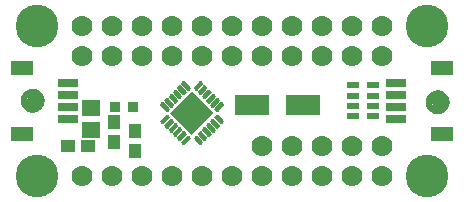
<source format=gbr>
G04 EAGLE Gerber RS-274X export*
G75*
%MOMM*%
%FSLAX34Y34*%
%LPD*%
%INSoldermask Top*%
%IPPOS*%
%AMOC8*
5,1,8,0,0,1.08239X$1,22.5*%
G01*
%ADD10R,1.601600X1.341600*%
%ADD11R,1.176600X1.101600*%
%ADD12R,1.001600X0.551600*%
%ADD13C,3.617600*%
%ADD14R,1.651600X0.701600*%
%ADD15R,1.901600X1.301600*%
%ADD16C,1.101600*%
%ADD17C,0.469900*%
%ADD18R,0.901600X0.901600*%
%ADD19R,1.101600X1.176600*%
%ADD20C,0.240406*%
%ADD21R,2.601600X2.601600*%
%ADD22C,1.778000*%
%ADD23R,2.921000X1.651000*%


D10*
X71120Y64160D03*
X71120Y83160D03*
D11*
X68190Y50800D03*
X51190Y50800D03*
D12*
X309490Y101900D03*
X292490Y101900D03*
X309490Y92900D03*
X309490Y84900D03*
X309490Y75900D03*
X292490Y75900D03*
X292490Y92900D03*
X292490Y84900D03*
D13*
X25400Y152400D03*
X355600Y152400D03*
D14*
X329190Y83900D03*
X329190Y93900D03*
X329190Y73900D03*
X329190Y103900D03*
D15*
X368190Y60900D03*
X368190Y116900D03*
D14*
X51810Y93900D03*
X51810Y83900D03*
X51810Y103900D03*
X51810Y73900D03*
D15*
X12810Y116900D03*
X12810Y60900D03*
D16*
X21590Y88900D03*
D17*
X21590Y96400D02*
X21409Y96398D01*
X21228Y96391D01*
X21047Y96380D01*
X20866Y96365D01*
X20686Y96345D01*
X20506Y96321D01*
X20327Y96293D01*
X20149Y96260D01*
X19972Y96223D01*
X19795Y96182D01*
X19620Y96137D01*
X19445Y96087D01*
X19272Y96033D01*
X19101Y95975D01*
X18930Y95913D01*
X18762Y95846D01*
X18595Y95776D01*
X18429Y95702D01*
X18266Y95623D01*
X18105Y95541D01*
X17945Y95455D01*
X17788Y95365D01*
X17633Y95271D01*
X17480Y95174D01*
X17330Y95072D01*
X17182Y94968D01*
X17036Y94859D01*
X16894Y94748D01*
X16754Y94632D01*
X16617Y94514D01*
X16482Y94392D01*
X16351Y94267D01*
X16223Y94139D01*
X16098Y94008D01*
X15976Y93873D01*
X15858Y93736D01*
X15742Y93596D01*
X15631Y93454D01*
X15522Y93308D01*
X15418Y93160D01*
X15316Y93010D01*
X15219Y92857D01*
X15125Y92702D01*
X15035Y92545D01*
X14949Y92385D01*
X14867Y92224D01*
X14788Y92061D01*
X14714Y91895D01*
X14644Y91728D01*
X14577Y91560D01*
X14515Y91389D01*
X14457Y91218D01*
X14403Y91045D01*
X14353Y90870D01*
X14308Y90695D01*
X14267Y90518D01*
X14230Y90341D01*
X14197Y90163D01*
X14169Y89984D01*
X14145Y89804D01*
X14125Y89624D01*
X14110Y89443D01*
X14099Y89262D01*
X14092Y89081D01*
X14090Y88900D01*
X21590Y96400D02*
X21771Y96398D01*
X21952Y96391D01*
X22133Y96380D01*
X22314Y96365D01*
X22494Y96345D01*
X22674Y96321D01*
X22853Y96293D01*
X23031Y96260D01*
X23208Y96223D01*
X23385Y96182D01*
X23560Y96137D01*
X23735Y96087D01*
X23908Y96033D01*
X24079Y95975D01*
X24250Y95913D01*
X24418Y95846D01*
X24585Y95776D01*
X24751Y95702D01*
X24914Y95623D01*
X25075Y95541D01*
X25235Y95455D01*
X25392Y95365D01*
X25547Y95271D01*
X25700Y95174D01*
X25850Y95072D01*
X25998Y94968D01*
X26144Y94859D01*
X26286Y94748D01*
X26426Y94632D01*
X26563Y94514D01*
X26698Y94392D01*
X26829Y94267D01*
X26957Y94139D01*
X27082Y94008D01*
X27204Y93873D01*
X27322Y93736D01*
X27438Y93596D01*
X27549Y93454D01*
X27658Y93308D01*
X27762Y93160D01*
X27864Y93010D01*
X27961Y92857D01*
X28055Y92702D01*
X28145Y92545D01*
X28231Y92385D01*
X28313Y92224D01*
X28392Y92061D01*
X28466Y91895D01*
X28536Y91728D01*
X28603Y91560D01*
X28665Y91389D01*
X28723Y91218D01*
X28777Y91045D01*
X28827Y90870D01*
X28872Y90695D01*
X28913Y90518D01*
X28950Y90341D01*
X28983Y90163D01*
X29011Y89984D01*
X29035Y89804D01*
X29055Y89624D01*
X29070Y89443D01*
X29081Y89262D01*
X29088Y89081D01*
X29090Y88900D01*
X29088Y88719D01*
X29081Y88538D01*
X29070Y88357D01*
X29055Y88176D01*
X29035Y87996D01*
X29011Y87816D01*
X28983Y87637D01*
X28950Y87459D01*
X28913Y87282D01*
X28872Y87105D01*
X28827Y86930D01*
X28777Y86755D01*
X28723Y86582D01*
X28665Y86411D01*
X28603Y86240D01*
X28536Y86072D01*
X28466Y85905D01*
X28392Y85739D01*
X28313Y85576D01*
X28231Y85415D01*
X28145Y85255D01*
X28055Y85098D01*
X27961Y84943D01*
X27864Y84790D01*
X27762Y84640D01*
X27658Y84492D01*
X27549Y84346D01*
X27438Y84204D01*
X27322Y84064D01*
X27204Y83927D01*
X27082Y83792D01*
X26957Y83661D01*
X26829Y83533D01*
X26698Y83408D01*
X26563Y83286D01*
X26426Y83168D01*
X26286Y83052D01*
X26144Y82941D01*
X25998Y82832D01*
X25850Y82728D01*
X25700Y82626D01*
X25547Y82529D01*
X25392Y82435D01*
X25235Y82345D01*
X25075Y82259D01*
X24914Y82177D01*
X24751Y82098D01*
X24585Y82024D01*
X24418Y81954D01*
X24250Y81887D01*
X24079Y81825D01*
X23908Y81767D01*
X23735Y81713D01*
X23560Y81663D01*
X23385Y81618D01*
X23208Y81577D01*
X23031Y81540D01*
X22853Y81507D01*
X22674Y81479D01*
X22494Y81455D01*
X22314Y81435D01*
X22133Y81420D01*
X21952Y81409D01*
X21771Y81402D01*
X21590Y81400D01*
X21409Y81402D01*
X21228Y81409D01*
X21047Y81420D01*
X20866Y81435D01*
X20686Y81455D01*
X20506Y81479D01*
X20327Y81507D01*
X20149Y81540D01*
X19972Y81577D01*
X19795Y81618D01*
X19620Y81663D01*
X19445Y81713D01*
X19272Y81767D01*
X19101Y81825D01*
X18930Y81887D01*
X18762Y81954D01*
X18595Y82024D01*
X18429Y82098D01*
X18266Y82177D01*
X18105Y82259D01*
X17945Y82345D01*
X17788Y82435D01*
X17633Y82529D01*
X17480Y82626D01*
X17330Y82728D01*
X17182Y82832D01*
X17036Y82941D01*
X16894Y83052D01*
X16754Y83168D01*
X16617Y83286D01*
X16482Y83408D01*
X16351Y83533D01*
X16223Y83661D01*
X16098Y83792D01*
X15976Y83927D01*
X15858Y84064D01*
X15742Y84204D01*
X15631Y84346D01*
X15522Y84492D01*
X15418Y84640D01*
X15316Y84790D01*
X15219Y84943D01*
X15125Y85098D01*
X15035Y85255D01*
X14949Y85415D01*
X14867Y85576D01*
X14788Y85739D01*
X14714Y85905D01*
X14644Y86072D01*
X14577Y86240D01*
X14515Y86411D01*
X14457Y86582D01*
X14403Y86755D01*
X14353Y86930D01*
X14308Y87105D01*
X14267Y87282D01*
X14230Y87459D01*
X14197Y87637D01*
X14169Y87816D01*
X14145Y87996D01*
X14125Y88176D01*
X14110Y88357D01*
X14099Y88538D01*
X14092Y88719D01*
X14090Y88900D01*
D16*
X364490Y87630D03*
D17*
X364490Y95130D02*
X364309Y95128D01*
X364128Y95121D01*
X363947Y95110D01*
X363766Y95095D01*
X363586Y95075D01*
X363406Y95051D01*
X363227Y95023D01*
X363049Y94990D01*
X362872Y94953D01*
X362695Y94912D01*
X362520Y94867D01*
X362345Y94817D01*
X362172Y94763D01*
X362001Y94705D01*
X361830Y94643D01*
X361662Y94576D01*
X361495Y94506D01*
X361329Y94432D01*
X361166Y94353D01*
X361005Y94271D01*
X360845Y94185D01*
X360688Y94095D01*
X360533Y94001D01*
X360380Y93904D01*
X360230Y93802D01*
X360082Y93698D01*
X359936Y93589D01*
X359794Y93478D01*
X359654Y93362D01*
X359517Y93244D01*
X359382Y93122D01*
X359251Y92997D01*
X359123Y92869D01*
X358998Y92738D01*
X358876Y92603D01*
X358758Y92466D01*
X358642Y92326D01*
X358531Y92184D01*
X358422Y92038D01*
X358318Y91890D01*
X358216Y91740D01*
X358119Y91587D01*
X358025Y91432D01*
X357935Y91275D01*
X357849Y91115D01*
X357767Y90954D01*
X357688Y90791D01*
X357614Y90625D01*
X357544Y90458D01*
X357477Y90290D01*
X357415Y90119D01*
X357357Y89948D01*
X357303Y89775D01*
X357253Y89600D01*
X357208Y89425D01*
X357167Y89248D01*
X357130Y89071D01*
X357097Y88893D01*
X357069Y88714D01*
X357045Y88534D01*
X357025Y88354D01*
X357010Y88173D01*
X356999Y87992D01*
X356992Y87811D01*
X356990Y87630D01*
X364490Y95130D02*
X364671Y95128D01*
X364852Y95121D01*
X365033Y95110D01*
X365214Y95095D01*
X365394Y95075D01*
X365574Y95051D01*
X365753Y95023D01*
X365931Y94990D01*
X366108Y94953D01*
X366285Y94912D01*
X366460Y94867D01*
X366635Y94817D01*
X366808Y94763D01*
X366979Y94705D01*
X367150Y94643D01*
X367318Y94576D01*
X367485Y94506D01*
X367651Y94432D01*
X367814Y94353D01*
X367975Y94271D01*
X368135Y94185D01*
X368292Y94095D01*
X368447Y94001D01*
X368600Y93904D01*
X368750Y93802D01*
X368898Y93698D01*
X369044Y93589D01*
X369186Y93478D01*
X369326Y93362D01*
X369463Y93244D01*
X369598Y93122D01*
X369729Y92997D01*
X369857Y92869D01*
X369982Y92738D01*
X370104Y92603D01*
X370222Y92466D01*
X370338Y92326D01*
X370449Y92184D01*
X370558Y92038D01*
X370662Y91890D01*
X370764Y91740D01*
X370861Y91587D01*
X370955Y91432D01*
X371045Y91275D01*
X371131Y91115D01*
X371213Y90954D01*
X371292Y90791D01*
X371366Y90625D01*
X371436Y90458D01*
X371503Y90290D01*
X371565Y90119D01*
X371623Y89948D01*
X371677Y89775D01*
X371727Y89600D01*
X371772Y89425D01*
X371813Y89248D01*
X371850Y89071D01*
X371883Y88893D01*
X371911Y88714D01*
X371935Y88534D01*
X371955Y88354D01*
X371970Y88173D01*
X371981Y87992D01*
X371988Y87811D01*
X371990Y87630D01*
X371988Y87449D01*
X371981Y87268D01*
X371970Y87087D01*
X371955Y86906D01*
X371935Y86726D01*
X371911Y86546D01*
X371883Y86367D01*
X371850Y86189D01*
X371813Y86012D01*
X371772Y85835D01*
X371727Y85660D01*
X371677Y85485D01*
X371623Y85312D01*
X371565Y85141D01*
X371503Y84970D01*
X371436Y84802D01*
X371366Y84635D01*
X371292Y84469D01*
X371213Y84306D01*
X371131Y84145D01*
X371045Y83985D01*
X370955Y83828D01*
X370861Y83673D01*
X370764Y83520D01*
X370662Y83370D01*
X370558Y83222D01*
X370449Y83076D01*
X370338Y82934D01*
X370222Y82794D01*
X370104Y82657D01*
X369982Y82522D01*
X369857Y82391D01*
X369729Y82263D01*
X369598Y82138D01*
X369463Y82016D01*
X369326Y81898D01*
X369186Y81782D01*
X369044Y81671D01*
X368898Y81562D01*
X368750Y81458D01*
X368600Y81356D01*
X368447Y81259D01*
X368292Y81165D01*
X368135Y81075D01*
X367975Y80989D01*
X367814Y80907D01*
X367651Y80828D01*
X367485Y80754D01*
X367318Y80684D01*
X367150Y80617D01*
X366979Y80555D01*
X366808Y80497D01*
X366635Y80443D01*
X366460Y80393D01*
X366285Y80348D01*
X366108Y80307D01*
X365931Y80270D01*
X365753Y80237D01*
X365574Y80209D01*
X365394Y80185D01*
X365214Y80165D01*
X365033Y80150D01*
X364852Y80139D01*
X364671Y80132D01*
X364490Y80130D01*
X364309Y80132D01*
X364128Y80139D01*
X363947Y80150D01*
X363766Y80165D01*
X363586Y80185D01*
X363406Y80209D01*
X363227Y80237D01*
X363049Y80270D01*
X362872Y80307D01*
X362695Y80348D01*
X362520Y80393D01*
X362345Y80443D01*
X362172Y80497D01*
X362001Y80555D01*
X361830Y80617D01*
X361662Y80684D01*
X361495Y80754D01*
X361329Y80828D01*
X361166Y80907D01*
X361005Y80989D01*
X360845Y81075D01*
X360688Y81165D01*
X360533Y81259D01*
X360380Y81356D01*
X360230Y81458D01*
X360082Y81562D01*
X359936Y81671D01*
X359794Y81782D01*
X359654Y81898D01*
X359517Y82016D01*
X359382Y82138D01*
X359251Y82263D01*
X359123Y82391D01*
X358998Y82522D01*
X358876Y82657D01*
X358758Y82794D01*
X358642Y82934D01*
X358531Y83076D01*
X358422Y83222D01*
X358318Y83370D01*
X358216Y83520D01*
X358119Y83673D01*
X358025Y83828D01*
X357935Y83985D01*
X357849Y84145D01*
X357767Y84306D01*
X357688Y84469D01*
X357614Y84635D01*
X357544Y84802D01*
X357477Y84970D01*
X357415Y85141D01*
X357357Y85312D01*
X357303Y85485D01*
X357253Y85660D01*
X357208Y85835D01*
X357167Y86012D01*
X357130Y86189D01*
X357097Y86367D01*
X357069Y86546D01*
X357045Y86726D01*
X357025Y86906D01*
X357010Y87087D01*
X356999Y87268D01*
X356992Y87449D01*
X356990Y87630D01*
D13*
X25400Y25400D03*
X355600Y25400D03*
D18*
X106560Y83820D03*
X91560Y83820D03*
D19*
X90170Y53730D03*
X90170Y70730D03*
D20*
X158677Y57597D02*
X163351Y52923D01*
X158677Y57597D02*
X159675Y58595D01*
X164349Y53921D01*
X163351Y52923D01*
X163063Y55207D02*
X161067Y55207D01*
X160779Y57491D02*
X158783Y57491D01*
X162213Y61133D02*
X166887Y56459D01*
X162213Y61133D02*
X163211Y62131D01*
X167885Y57457D01*
X166887Y56459D01*
X166599Y58743D02*
X164603Y58743D01*
X164315Y61027D02*
X162319Y61027D01*
X165748Y64668D02*
X170422Y59994D01*
X165748Y64668D02*
X166746Y65666D01*
X171420Y60992D01*
X170422Y59994D01*
X170134Y62278D02*
X168138Y62278D01*
X167850Y64562D02*
X165854Y64562D01*
X169284Y68204D02*
X173958Y63530D01*
X169284Y68204D02*
X170282Y69202D01*
X174956Y64528D01*
X173958Y63530D01*
X173670Y65814D02*
X171674Y65814D01*
X171386Y68098D02*
X169390Y68098D01*
X172819Y71739D02*
X177493Y67065D01*
X172819Y71739D02*
X173817Y72737D01*
X178491Y68063D01*
X177493Y67065D01*
X177205Y69349D02*
X175209Y69349D01*
X174921Y71633D02*
X172925Y71633D01*
X176355Y75275D02*
X181029Y70601D01*
X176355Y75275D02*
X177353Y76273D01*
X182027Y71599D01*
X181029Y70601D01*
X180741Y72885D02*
X178745Y72885D01*
X178457Y75169D02*
X176461Y75169D01*
X176355Y82205D02*
X181029Y86879D01*
X182027Y85881D01*
X177353Y81207D01*
X176355Y82205D01*
X177641Y83491D02*
X179637Y83491D01*
X179925Y85775D02*
X181921Y85775D01*
X177493Y90415D02*
X172819Y85741D01*
X177493Y90415D02*
X178491Y89417D01*
X173817Y84743D01*
X172819Y85741D01*
X174105Y87027D02*
X176101Y87027D01*
X176389Y89311D02*
X178385Y89311D01*
X173958Y93950D02*
X169284Y89276D01*
X173958Y93950D02*
X174956Y92952D01*
X170282Y88278D01*
X169284Y89276D01*
X170570Y90562D02*
X172566Y90562D01*
X172854Y92846D02*
X174850Y92846D01*
X170422Y97486D02*
X165748Y92812D01*
X170422Y97486D02*
X171420Y96488D01*
X166746Y91814D01*
X165748Y92812D01*
X167034Y94098D02*
X169030Y94098D01*
X169318Y96382D02*
X171314Y96382D01*
X166887Y101021D02*
X162213Y96347D01*
X166887Y101021D02*
X167885Y100023D01*
X163211Y95349D01*
X162213Y96347D01*
X163499Y97633D02*
X165495Y97633D01*
X165783Y99917D02*
X167779Y99917D01*
X163351Y104557D02*
X158677Y99883D01*
X163351Y104557D02*
X164349Y103559D01*
X159675Y98885D01*
X158677Y99883D01*
X159963Y101169D02*
X161959Y101169D01*
X162247Y103453D02*
X164243Y103453D01*
X153743Y99883D02*
X149069Y104557D01*
X153743Y99883D02*
X152745Y98885D01*
X148071Y103559D01*
X149069Y104557D01*
X150461Y101169D02*
X152457Y101169D01*
X150173Y103453D02*
X148177Y103453D01*
X145533Y101021D02*
X150207Y96347D01*
X149209Y95349D01*
X144535Y100023D01*
X145533Y101021D01*
X146925Y97633D02*
X148921Y97633D01*
X146637Y99917D02*
X144641Y99917D01*
X141998Y97486D02*
X146672Y92812D01*
X145674Y91814D01*
X141000Y96488D01*
X141998Y97486D01*
X143390Y94098D02*
X145386Y94098D01*
X143102Y96382D02*
X141106Y96382D01*
X138462Y93950D02*
X143136Y89276D01*
X142138Y88278D01*
X137464Y92952D01*
X138462Y93950D01*
X139854Y90562D02*
X141850Y90562D01*
X139566Y92846D02*
X137570Y92846D01*
X134927Y90415D02*
X139601Y85741D01*
X138603Y84743D01*
X133929Y89417D01*
X134927Y90415D01*
X136319Y87027D02*
X138315Y87027D01*
X136031Y89311D02*
X134035Y89311D01*
X131391Y86879D02*
X136065Y82205D01*
X135067Y81207D01*
X130393Y85881D01*
X131391Y86879D01*
X132783Y83491D02*
X134779Y83491D01*
X132495Y85775D02*
X130499Y85775D01*
X136065Y75275D02*
X131391Y70601D01*
X130393Y71599D01*
X135067Y76273D01*
X136065Y75275D01*
X133675Y72885D02*
X131679Y72885D01*
X133963Y75169D02*
X135959Y75169D01*
X139601Y71739D02*
X134927Y67065D01*
X133929Y68063D01*
X138603Y72737D01*
X139601Y71739D01*
X137211Y69349D02*
X135215Y69349D01*
X137499Y71633D02*
X139495Y71633D01*
X143136Y68204D02*
X138462Y63530D01*
X137464Y64528D01*
X142138Y69202D01*
X143136Y68204D01*
X140746Y65814D02*
X138750Y65814D01*
X141034Y68098D02*
X143030Y68098D01*
X146672Y64668D02*
X141998Y59994D01*
X141000Y60992D01*
X145674Y65666D01*
X146672Y64668D01*
X144282Y62278D02*
X142286Y62278D01*
X144570Y64562D02*
X146566Y64562D01*
X150207Y61133D02*
X145533Y56459D01*
X144535Y57457D01*
X149209Y62131D01*
X150207Y61133D01*
X147817Y58743D02*
X145821Y58743D01*
X148105Y61027D02*
X150101Y61027D01*
X153743Y57597D02*
X149069Y52923D01*
X148071Y53921D01*
X152745Y58595D01*
X153743Y57597D01*
X151353Y55207D02*
X149357Y55207D01*
X151641Y57491D02*
X153637Y57491D01*
D21*
G36*
X156210Y97136D02*
X174606Y78740D01*
X156210Y60344D01*
X137814Y78740D01*
X156210Y97136D01*
G37*
D22*
X63500Y25400D03*
X88900Y25400D03*
X114300Y25400D03*
X139700Y25400D03*
X165100Y25400D03*
X190500Y25400D03*
X215900Y25400D03*
X241300Y25400D03*
X266700Y25400D03*
X292100Y25400D03*
X317500Y25400D03*
X317500Y152400D03*
X292100Y152400D03*
X266700Y152400D03*
X241300Y152400D03*
X215900Y152400D03*
X190500Y152400D03*
X165100Y152400D03*
X139700Y152400D03*
X114300Y152400D03*
X88900Y152400D03*
X63500Y152400D03*
X63500Y127000D03*
X88900Y127000D03*
X114300Y127000D03*
X139700Y127000D03*
X165100Y127000D03*
X190500Y127000D03*
X215900Y127000D03*
X241300Y127000D03*
X266700Y127000D03*
X292100Y127000D03*
X317500Y127000D03*
X215900Y50800D03*
X241300Y50800D03*
X266700Y50800D03*
X292100Y50800D03*
X317500Y50800D03*
D23*
X207010Y85090D03*
X250190Y85090D03*
D19*
X107950Y63110D03*
X107950Y46110D03*
M02*

</source>
